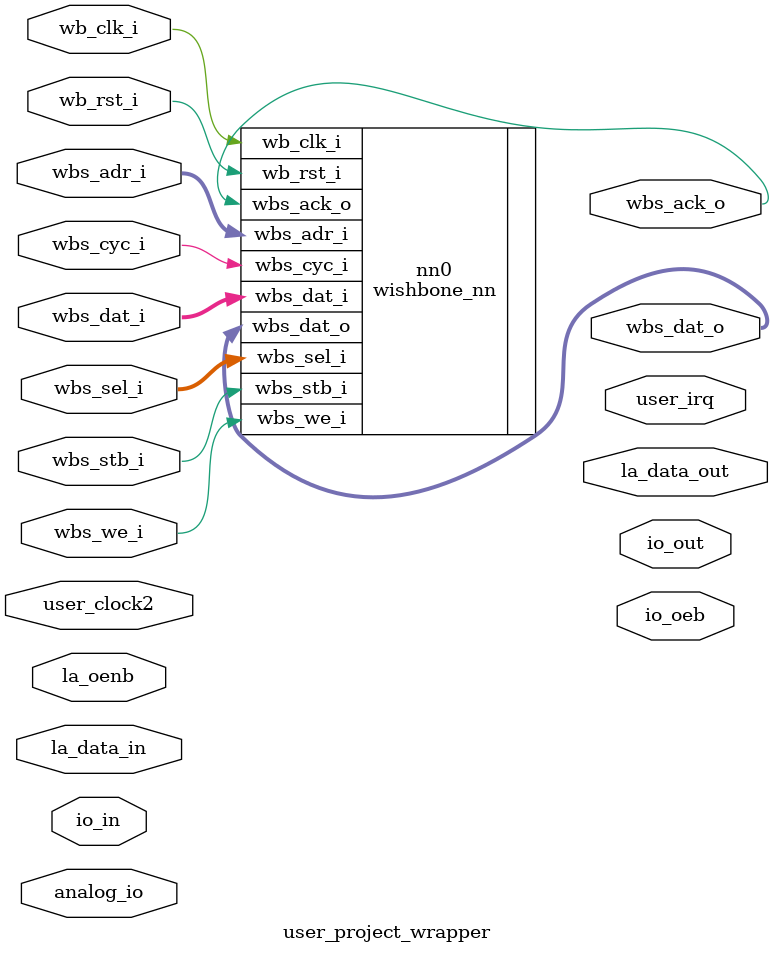
<source format=v>
module user_project_wrapper (user_clock2,
    wb_clk_i,
    wb_rst_i,
    wbs_ack_o,
    wbs_cyc_i,
    wbs_stb_i,
    wbs_we_i,
    analog_io,
    io_in,
    io_oeb,
    io_out,
    la_data_in,
    la_data_out,
    la_oenb,
    user_irq,
    wbs_adr_i,
    wbs_dat_i,
    wbs_dat_o,
    wbs_sel_i);
 input user_clock2;
 input wb_clk_i;
 input wb_rst_i;
 output wbs_ack_o;
 input wbs_cyc_i;
 input wbs_stb_i;
 input wbs_we_i;
 inout [28:0] analog_io;
 input [37:0] io_in;
 output [37:0] io_oeb;
 output [37:0] io_out;
 input [127:0] la_data_in;
 output [127:0] la_data_out;
 input [127:0] la_oenb;
 output [2:0] user_irq;
 input [31:0] wbs_adr_i;
 input [31:0] wbs_dat_i;
 output [31:0] wbs_dat_o;
 input [3:0] wbs_sel_i;


 wishbone_nn nn0 (.wb_clk_i(wb_clk_i),
    .wb_rst_i(wb_rst_i),
    .wbs_ack_o(wbs_ack_o),
    .wbs_cyc_i(wbs_cyc_i),
    .wbs_stb_i(wbs_stb_i),
    .wbs_we_i(wbs_we_i),
    .wbs_adr_i({wbs_adr_i[31],
    wbs_adr_i[30],
    wbs_adr_i[29],
    wbs_adr_i[28],
    wbs_adr_i[27],
    wbs_adr_i[26],
    wbs_adr_i[25],
    wbs_adr_i[24],
    wbs_adr_i[23],
    wbs_adr_i[22],
    wbs_adr_i[21],
    wbs_adr_i[20],
    wbs_adr_i[19],
    wbs_adr_i[18],
    wbs_adr_i[17],
    wbs_adr_i[16],
    wbs_adr_i[15],
    wbs_adr_i[14],
    wbs_adr_i[13],
    wbs_adr_i[12],
    wbs_adr_i[11],
    wbs_adr_i[10],
    wbs_adr_i[9],
    wbs_adr_i[8],
    wbs_adr_i[7],
    wbs_adr_i[6],
    wbs_adr_i[5],
    wbs_adr_i[4],
    wbs_adr_i[3],
    wbs_adr_i[2],
    wbs_adr_i[1],
    wbs_adr_i[0]}),
    .wbs_dat_i({wbs_dat_i[31],
    wbs_dat_i[30],
    wbs_dat_i[29],
    wbs_dat_i[28],
    wbs_dat_i[27],
    wbs_dat_i[26],
    wbs_dat_i[25],
    wbs_dat_i[24],
    wbs_dat_i[23],
    wbs_dat_i[22],
    wbs_dat_i[21],
    wbs_dat_i[20],
    wbs_dat_i[19],
    wbs_dat_i[18],
    wbs_dat_i[17],
    wbs_dat_i[16],
    wbs_dat_i[15],
    wbs_dat_i[14],
    wbs_dat_i[13],
    wbs_dat_i[12],
    wbs_dat_i[11],
    wbs_dat_i[10],
    wbs_dat_i[9],
    wbs_dat_i[8],
    wbs_dat_i[7],
    wbs_dat_i[6],
    wbs_dat_i[5],
    wbs_dat_i[4],
    wbs_dat_i[3],
    wbs_dat_i[2],
    wbs_dat_i[1],
    wbs_dat_i[0]}),
    .wbs_dat_o({wbs_dat_o[31],
    wbs_dat_o[30],
    wbs_dat_o[29],
    wbs_dat_o[28],
    wbs_dat_o[27],
    wbs_dat_o[26],
    wbs_dat_o[25],
    wbs_dat_o[24],
    wbs_dat_o[23],
    wbs_dat_o[22],
    wbs_dat_o[21],
    wbs_dat_o[20],
    wbs_dat_o[19],
    wbs_dat_o[18],
    wbs_dat_o[17],
    wbs_dat_o[16],
    wbs_dat_o[15],
    wbs_dat_o[14],
    wbs_dat_o[13],
    wbs_dat_o[12],
    wbs_dat_o[11],
    wbs_dat_o[10],
    wbs_dat_o[9],
    wbs_dat_o[8],
    wbs_dat_o[7],
    wbs_dat_o[6],
    wbs_dat_o[5],
    wbs_dat_o[4],
    wbs_dat_o[3],
    wbs_dat_o[2],
    wbs_dat_o[1],
    wbs_dat_o[0]}),
    .wbs_sel_i({wbs_sel_i[3],
    wbs_sel_i[2],
    wbs_sel_i[1],
    wbs_sel_i[0]}));
endmodule


</source>
